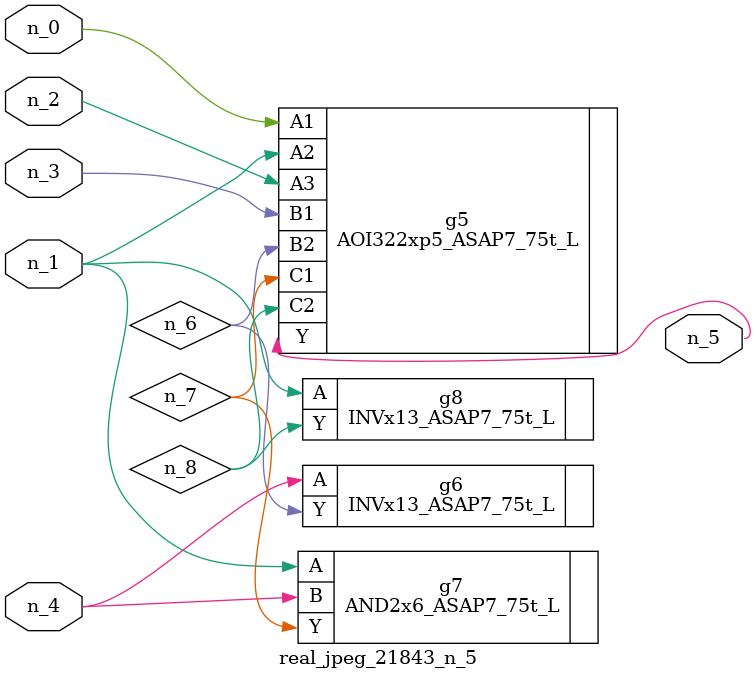
<source format=v>
module real_jpeg_21843_n_5 (n_4, n_0, n_1, n_2, n_3, n_5);

input n_4;
input n_0;
input n_1;
input n_2;
input n_3;

output n_5;

wire n_8;
wire n_6;
wire n_7;

AOI322xp5_ASAP7_75t_L g5 ( 
.A1(n_0),
.A2(n_1),
.A3(n_2),
.B1(n_3),
.B2(n_6),
.C1(n_7),
.C2(n_8),
.Y(n_5)
);

AND2x6_ASAP7_75t_L g7 ( 
.A(n_1),
.B(n_4),
.Y(n_7)
);

INVx13_ASAP7_75t_L g8 ( 
.A(n_1),
.Y(n_8)
);

INVx13_ASAP7_75t_L g6 ( 
.A(n_4),
.Y(n_6)
);


endmodule
</source>
